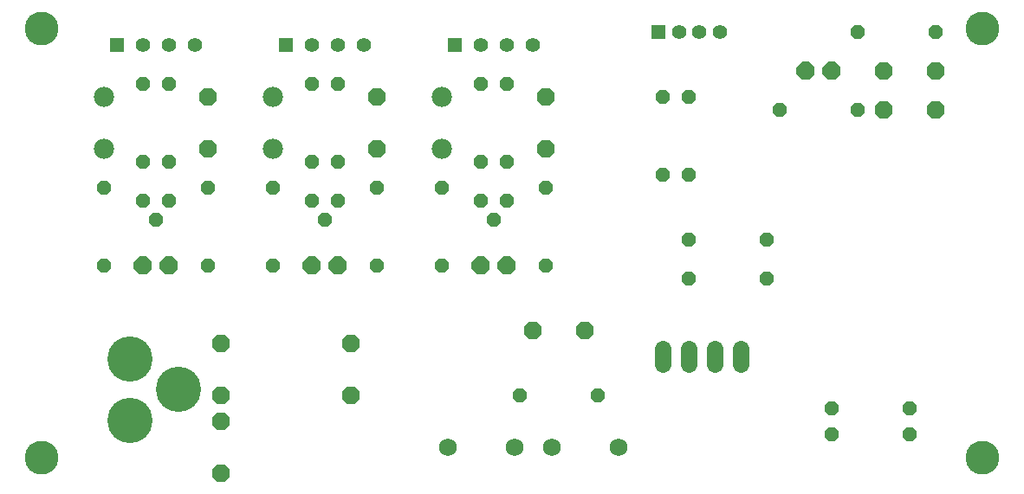
<source format=gbs>
G75*
%MOIN*%
%OFA0B0*%
%FSLAX25Y25*%
%IPPOS*%
%LPD*%
%AMOC8*
5,1,8,0,0,1.08239X$1,22.5*
%
%ADD10OC8,0.06700*%
%ADD11R,0.05550X0.05550*%
%ADD12C,0.05550*%
%ADD13C,0.07800*%
%ADD14C,0.17400*%
%ADD15C,0.06400*%
%ADD16OC8,0.05600*%
%ADD17C,0.06896*%
%ADD18OC8,0.07000*%
%ADD19C,0.12998*%
D10*
X0135244Y0044156D03*
X0135244Y0064156D03*
X0135244Y0074156D03*
X0135244Y0094156D03*
X0185244Y0094156D03*
X0185244Y0074156D03*
X0255244Y0099156D03*
X0275244Y0099156D03*
X0260244Y0169156D03*
X0260244Y0189156D03*
X0195244Y0189156D03*
X0195244Y0169156D03*
X0130244Y0169156D03*
X0130244Y0189156D03*
X0390244Y0184156D03*
X0410244Y0184156D03*
X0410244Y0199156D03*
X0390244Y0199156D03*
D11*
X0303433Y0214156D03*
X0225244Y0209156D03*
X0160244Y0209156D03*
X0095244Y0209156D03*
D12*
X0105244Y0209156D03*
X0115244Y0209156D03*
X0125244Y0209156D03*
X0170244Y0209156D03*
X0180244Y0209156D03*
X0190244Y0209156D03*
X0235244Y0209156D03*
X0245244Y0209156D03*
X0255244Y0209156D03*
X0311307Y0214156D03*
X0319181Y0214156D03*
X0327055Y0214156D03*
D13*
X0220244Y0189156D03*
X0220244Y0169156D03*
X0155244Y0169156D03*
X0155244Y0189156D03*
X0090244Y0189156D03*
X0090244Y0169156D03*
D14*
X0100244Y0088093D03*
X0118748Y0076282D03*
X0100244Y0064471D03*
D15*
X0305244Y0086156D02*
X0305244Y0092156D01*
X0315244Y0092156D02*
X0315244Y0086156D01*
X0325244Y0086156D02*
X0325244Y0092156D01*
X0335244Y0092156D02*
X0335244Y0086156D01*
D16*
X0370244Y0069156D03*
X0370244Y0059156D03*
X0400244Y0059156D03*
X0400244Y0069156D03*
X0345244Y0119156D03*
X0345244Y0134156D03*
X0315244Y0134156D03*
X0315244Y0119156D03*
X0260244Y0124156D03*
X0240244Y0141656D03*
X0235244Y0149156D03*
X0245244Y0149156D03*
X0260244Y0154156D03*
X0245244Y0164156D03*
X0235244Y0164156D03*
X0220244Y0154156D03*
X0195244Y0154156D03*
X0180244Y0149156D03*
X0175244Y0141656D03*
X0170244Y0149156D03*
X0155244Y0154156D03*
X0170244Y0164156D03*
X0180244Y0164156D03*
X0130244Y0154156D03*
X0115244Y0149156D03*
X0110244Y0141656D03*
X0105244Y0149156D03*
X0090244Y0154156D03*
X0105244Y0164156D03*
X0115244Y0164156D03*
X0115244Y0194156D03*
X0105244Y0194156D03*
X0170244Y0194156D03*
X0180244Y0194156D03*
X0235244Y0194156D03*
X0245244Y0194156D03*
X0305244Y0189156D03*
X0315244Y0189156D03*
X0350244Y0184156D03*
X0380244Y0184156D03*
X0380244Y0214156D03*
X0410244Y0214156D03*
X0315244Y0159156D03*
X0305244Y0159156D03*
X0220244Y0124156D03*
X0195244Y0124156D03*
X0155244Y0124156D03*
X0130244Y0124156D03*
X0090244Y0124156D03*
X0250244Y0074156D03*
X0280244Y0074156D03*
D17*
X0288039Y0054156D03*
X0262449Y0054156D03*
X0248039Y0054156D03*
X0222449Y0054156D03*
D18*
X0235244Y0124156D03*
X0245244Y0124156D03*
X0180244Y0124156D03*
X0170244Y0124156D03*
X0115244Y0124156D03*
X0105244Y0124156D03*
X0360244Y0199156D03*
X0370244Y0199156D03*
D19*
X0065992Y0049904D03*
X0065992Y0215259D03*
X0428197Y0215259D03*
X0428197Y0049904D03*
M02*

</source>
